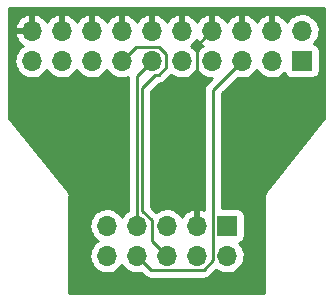
<source format=gbr>
G04 #@! TF.GenerationSoftware,KiCad,Pcbnew,5.99.0-unknown-270aaec~100~ubuntu19.10.1*
G04 #@! TF.CreationDate,2020-01-16T19:11:26+01:00*
G04 #@! TF.ProjectId,tc2050-arm2010,74633230-3530-42d6-9172-6d323031302e,rev?*
G04 #@! TF.SameCoordinates,Original*
G04 #@! TF.FileFunction,Copper,L1,Top*
G04 #@! TF.FilePolarity,Positive*
%FSLAX46Y46*%
G04 Gerber Fmt 4.6, Leading zero omitted, Abs format (unit mm)*
G04 Created by KiCad (PCBNEW 5.99.0-unknown-270aaec~100~ubuntu19.10.1) date 2020-01-16 19:11:26*
%MOMM*%
%LPD*%
G04 APERTURE LIST*
%ADD10O,1.700000X1.700000*%
%ADD11R,1.700000X1.700000*%
%ADD12C,0.250000*%
%ADD13C,0.254000*%
G04 APERTURE END LIST*
D10*
X162560000Y-76200000D03*
X162560000Y-78740000D03*
X165100000Y-76200000D03*
X165100000Y-78740000D03*
X167640000Y-76200000D03*
X167640000Y-78740000D03*
X170180000Y-76200000D03*
X170180000Y-78740000D03*
X172720000Y-76200000D03*
X172720000Y-78740000D03*
X175260000Y-76200000D03*
X175260000Y-78740000D03*
X177800000Y-76200000D03*
X177800000Y-78740000D03*
X180340000Y-76200000D03*
X180340000Y-78740000D03*
X182880000Y-76200000D03*
X182880000Y-78740000D03*
X185420000Y-76200000D03*
D11*
X185420000Y-78740000D03*
D10*
X168910000Y-95250000D03*
X168910000Y-92710000D03*
X171450000Y-95250000D03*
X171450000Y-92710000D03*
X173990000Y-95250000D03*
X173990000Y-92710000D03*
X176530000Y-95250000D03*
X176530000Y-92710000D03*
X179070000Y-95250000D03*
D11*
X179070000Y-92710000D03*
D12*
X171900010Y-81016390D02*
X173001399Y-79915001D01*
X173895001Y-79304001D02*
X173895001Y-78175999D01*
X171900010Y-91440000D02*
X171900010Y-81016390D01*
X172720000Y-92259990D02*
X171900010Y-91440000D01*
X173990000Y-95250000D02*
X172720000Y-93980000D01*
X172720000Y-93980000D02*
X172720000Y-92259990D01*
X173284001Y-77564999D02*
X171355001Y-77564999D01*
X173001399Y-79915001D02*
X173284001Y-79915001D01*
X173284001Y-79915001D02*
X173895001Y-79304001D01*
X173895001Y-78175999D02*
X173284001Y-77564999D01*
X171355001Y-77564999D02*
X170180000Y-78740000D01*
X171450000Y-92710000D02*
X171450000Y-80010000D01*
X171450000Y-80010000D02*
X172720000Y-78740000D01*
X177165000Y-76835000D02*
X177800000Y-76200000D01*
X176530000Y-92710000D02*
X176530000Y-77470000D01*
X176530000Y-77470000D02*
X177165000Y-76835000D01*
X177894999Y-95624003D02*
X177894999Y-81185001D01*
X177094001Y-96425001D02*
X177894999Y-95624003D01*
X177894999Y-81185001D02*
X179490001Y-79589999D01*
X172625001Y-96425001D02*
X177094001Y-96425001D01*
X171450000Y-95250000D02*
X172625001Y-96425001D01*
X179490001Y-79589999D02*
X180340000Y-78740000D01*
G36*
X187326000Y-83597606D02*
G01*
X182395094Y-89761240D01*
X182344658Y-89818347D01*
X182318677Y-89873686D01*
X182287650Y-89926337D01*
X182280265Y-89955500D01*
X182267312Y-89983088D01*
X182258718Y-90040590D01*
X182243071Y-90102386D01*
X182246001Y-90182661D01*
X182246000Y-98426000D01*
X165734000Y-98426000D01*
X165734000Y-90186256D01*
X165737708Y-90110169D01*
X165723430Y-90050744D01*
X165714763Y-89990230D01*
X165702312Y-89962845D01*
X165695192Y-89933210D01*
X165665987Y-89882950D01*
X165639598Y-89824912D01*
X165587157Y-89764052D01*
X160654000Y-83597606D01*
X160654000Y-76327999D01*
X161062666Y-76327999D01*
X161150097Y-76679970D01*
X161251123Y-76910662D01*
X161389575Y-77121033D01*
X161561493Y-77305071D01*
X161761960Y-77457510D01*
X161784239Y-77469133D01*
X161584854Y-77614261D01*
X161409120Y-77794656D01*
X161266293Y-78002083D01*
X161160457Y-78230609D01*
X161094639Y-78473699D01*
X161070720Y-78724404D01*
X161089384Y-78975554D01*
X161150097Y-79219970D01*
X161251123Y-79450662D01*
X161389575Y-79661033D01*
X161561493Y-79845071D01*
X161761960Y-79997510D01*
X161985246Y-80113992D01*
X162224966Y-80191190D01*
X162474266Y-80226892D01*
X162726017Y-80220080D01*
X162973022Y-80170948D01*
X163208216Y-80080901D01*
X163424877Y-79952512D01*
X163616807Y-79789455D01*
X163778521Y-79596391D01*
X163829501Y-79508975D01*
X163929575Y-79661033D01*
X164101493Y-79845071D01*
X164301960Y-79997510D01*
X164525246Y-80113992D01*
X164764966Y-80191190D01*
X165014266Y-80226892D01*
X165266017Y-80220080D01*
X165513022Y-80170948D01*
X165748216Y-80080901D01*
X165964877Y-79952512D01*
X166156807Y-79789455D01*
X166318521Y-79596391D01*
X166369501Y-79508975D01*
X166469575Y-79661033D01*
X166641493Y-79845071D01*
X166841960Y-79997510D01*
X167065246Y-80113992D01*
X167304966Y-80191190D01*
X167554266Y-80226892D01*
X167806017Y-80220080D01*
X168053022Y-80170948D01*
X168288216Y-80080901D01*
X168504877Y-79952512D01*
X168696807Y-79789455D01*
X168858521Y-79596391D01*
X168909501Y-79508975D01*
X169009575Y-79661033D01*
X169181493Y-79845071D01*
X169381960Y-79997510D01*
X169605246Y-80113992D01*
X169844966Y-80191190D01*
X170094266Y-80226892D01*
X170346017Y-80220080D01*
X170593022Y-80170948D01*
X170691001Y-80133436D01*
X170691000Y-91429847D01*
X170678470Y-91436053D01*
X170474854Y-91584261D01*
X170299120Y-91764656D01*
X170179221Y-91938785D01*
X170146188Y-91879315D01*
X169988554Y-91682907D01*
X169800080Y-91515866D01*
X169586156Y-91382969D01*
X169352899Y-91288016D01*
X169106977Y-91233721D01*
X168855424Y-91221638D01*
X168605431Y-91252113D01*
X168364147Y-91324272D01*
X168138470Y-91436053D01*
X167934854Y-91584261D01*
X167759120Y-91764656D01*
X167616293Y-91972083D01*
X167510457Y-92200609D01*
X167444639Y-92443699D01*
X167420720Y-92694404D01*
X167439384Y-92945554D01*
X167500097Y-93189970D01*
X167601123Y-93420662D01*
X167739575Y-93631033D01*
X167911493Y-93815071D01*
X168111960Y-93967510D01*
X168134239Y-93979133D01*
X167934854Y-94124261D01*
X167759120Y-94304656D01*
X167616293Y-94512083D01*
X167510457Y-94740609D01*
X167444639Y-94983699D01*
X167420720Y-95234404D01*
X167439384Y-95485554D01*
X167500097Y-95729970D01*
X167601123Y-95960662D01*
X167739575Y-96171033D01*
X167911493Y-96355071D01*
X168111960Y-96507510D01*
X168335246Y-96623992D01*
X168574966Y-96701190D01*
X168824266Y-96736892D01*
X169076017Y-96730080D01*
X169323022Y-96680948D01*
X169558216Y-96590901D01*
X169774877Y-96462512D01*
X169966807Y-96299455D01*
X170128521Y-96106391D01*
X170179501Y-96018975D01*
X170279575Y-96171033D01*
X170451493Y-96355071D01*
X170651960Y-96507510D01*
X170875246Y-96623992D01*
X171114966Y-96701190D01*
X171364266Y-96736892D01*
X171616017Y-96730080D01*
X171816762Y-96690150D01*
X172173311Y-97046699D01*
X172227197Y-97074155D01*
X172276126Y-97109704D01*
X172333643Y-97128392D01*
X172387533Y-97155851D01*
X172447276Y-97165313D01*
X172504787Y-97184000D01*
X172564751Y-97184000D01*
X172564757Y-97184001D01*
X177154245Y-97184001D01*
X177154251Y-97184000D01*
X177214214Y-97184000D01*
X177271727Y-97165313D01*
X177331469Y-97155851D01*
X177385360Y-97128391D01*
X177442874Y-97109705D01*
X177491802Y-97074157D01*
X177545691Y-97046698D01*
X177716046Y-96876344D01*
X177716047Y-96876342D01*
X178165690Y-96426700D01*
X178271960Y-96507510D01*
X178495246Y-96623992D01*
X178734966Y-96701190D01*
X178984266Y-96736892D01*
X179236017Y-96730080D01*
X179483022Y-96680948D01*
X179718216Y-96590901D01*
X179934877Y-96462512D01*
X180126807Y-96299455D01*
X180288521Y-96106391D01*
X180415393Y-95888840D01*
X180503796Y-95653022D01*
X180551318Y-95405082D01*
X180554240Y-95125974D01*
X180511922Y-94877094D01*
X180428477Y-94639476D01*
X180306188Y-94419315D01*
X180148554Y-94222907D01*
X180081093Y-94163117D01*
X180237512Y-94121205D01*
X180413165Y-93973815D01*
X180524956Y-93780186D01*
X180561837Y-93571024D01*
X180561837Y-91843412D01*
X180481205Y-91542489D01*
X180333815Y-91366835D01*
X180140186Y-91255044D01*
X179931024Y-91218163D01*
X178653999Y-91218163D01*
X178653999Y-81499387D01*
X179972615Y-80180772D01*
X180004966Y-80191190D01*
X180254266Y-80226892D01*
X180506017Y-80220080D01*
X180753022Y-80170948D01*
X180988216Y-80080901D01*
X181204877Y-79952512D01*
X181396807Y-79789455D01*
X181558521Y-79596391D01*
X181609501Y-79508975D01*
X181709575Y-79661033D01*
X181881493Y-79845071D01*
X182081960Y-79997510D01*
X182305246Y-80113992D01*
X182544966Y-80191190D01*
X182794266Y-80226892D01*
X183046017Y-80220080D01*
X183293022Y-80170948D01*
X183528216Y-80080901D01*
X183744877Y-79952512D01*
X183936807Y-79789455D01*
X183967381Y-79752953D01*
X184008795Y-79907512D01*
X184156185Y-80083165D01*
X184349814Y-80194956D01*
X184558976Y-80231837D01*
X186286588Y-80231837D01*
X186587512Y-80151205D01*
X186763165Y-80003815D01*
X186874956Y-79810186D01*
X186911837Y-79601024D01*
X186911837Y-77873412D01*
X186831205Y-77572489D01*
X186683815Y-77396835D01*
X186490186Y-77285044D01*
X186444416Y-77276973D01*
X186476807Y-77249455D01*
X186638521Y-77056391D01*
X186765393Y-76838840D01*
X186853796Y-76603022D01*
X186901318Y-76355082D01*
X186904240Y-76075974D01*
X186861922Y-75827094D01*
X186778477Y-75589476D01*
X186656188Y-75369315D01*
X186498554Y-75172907D01*
X186310080Y-75005866D01*
X186096156Y-74872969D01*
X185862899Y-74778016D01*
X185616977Y-74723721D01*
X185365424Y-74711638D01*
X185115431Y-74742113D01*
X184874147Y-74814272D01*
X184648470Y-74926053D01*
X184444854Y-75074261D01*
X184269120Y-75254656D01*
X184149221Y-75428785D01*
X184116188Y-75369315D01*
X183958554Y-75172907D01*
X183770080Y-75005866D01*
X183556156Y-74872969D01*
X183322899Y-74778016D01*
X183008000Y-74708492D01*
X183007999Y-76328000D01*
X182752000Y-76327999D01*
X182752001Y-74720590D01*
X182575431Y-74742112D01*
X182334147Y-74814272D01*
X182108470Y-74926053D01*
X181904854Y-75074261D01*
X181729120Y-75254656D01*
X181609221Y-75428785D01*
X181576188Y-75369315D01*
X181418554Y-75172907D01*
X181230080Y-75005866D01*
X181016156Y-74872969D01*
X180782899Y-74778016D01*
X180468000Y-74708492D01*
X180467999Y-76328000D01*
X180212000Y-76327999D01*
X180212001Y-74720590D01*
X180035431Y-74742112D01*
X179794147Y-74814272D01*
X179568470Y-74926053D01*
X179364854Y-75074261D01*
X179189120Y-75254656D01*
X179069221Y-75428785D01*
X179036188Y-75369315D01*
X178878554Y-75172907D01*
X178690080Y-75005866D01*
X178476156Y-74872969D01*
X178242899Y-74778016D01*
X177928000Y-74708492D01*
X177927999Y-76328000D01*
X177672000Y-76327999D01*
X177672001Y-74720590D01*
X177495431Y-74742112D01*
X177254147Y-74814272D01*
X177028470Y-74926053D01*
X176824854Y-75074261D01*
X176649120Y-75254656D01*
X176529221Y-75428785D01*
X176496188Y-75369315D01*
X176338554Y-75172907D01*
X176150080Y-75005866D01*
X175936156Y-74872969D01*
X175702899Y-74778016D01*
X175388000Y-74708492D01*
X175387999Y-76328000D01*
X175132000Y-76327999D01*
X175132001Y-74720590D01*
X174955431Y-74742112D01*
X174714147Y-74814272D01*
X174488470Y-74926053D01*
X174284854Y-75074261D01*
X174109120Y-75254656D01*
X173989221Y-75428785D01*
X173956188Y-75369315D01*
X173798554Y-75172907D01*
X173610080Y-75005866D01*
X173396156Y-74872969D01*
X173162899Y-74778016D01*
X172848000Y-74708492D01*
X172847999Y-76328000D01*
X172592000Y-76327999D01*
X172592001Y-74720590D01*
X172415431Y-74742112D01*
X172174147Y-74814272D01*
X171948470Y-74926053D01*
X171744854Y-75074261D01*
X171569120Y-75254656D01*
X171449221Y-75428785D01*
X171416188Y-75369315D01*
X171258554Y-75172907D01*
X171070080Y-75005866D01*
X170856156Y-74872969D01*
X170622899Y-74778016D01*
X170308000Y-74708492D01*
X170307999Y-76328000D01*
X170052000Y-76327999D01*
X170052001Y-74720590D01*
X169875431Y-74742112D01*
X169634147Y-74814272D01*
X169408470Y-74926053D01*
X169204854Y-75074261D01*
X169029120Y-75254656D01*
X168909221Y-75428785D01*
X168876188Y-75369315D01*
X168718554Y-75172907D01*
X168530080Y-75005866D01*
X168316156Y-74872969D01*
X168082899Y-74778016D01*
X167768000Y-74708492D01*
X167767999Y-76328000D01*
X167512000Y-76327999D01*
X167512001Y-74720590D01*
X167335431Y-74742112D01*
X167094147Y-74814272D01*
X166868470Y-74926053D01*
X166664854Y-75074261D01*
X166489120Y-75254656D01*
X166369221Y-75428785D01*
X166336188Y-75369315D01*
X166178554Y-75172907D01*
X165990080Y-75005866D01*
X165776156Y-74872969D01*
X165542899Y-74778016D01*
X165228000Y-74708492D01*
X165227999Y-76328000D01*
X164972000Y-76327999D01*
X164972001Y-74720590D01*
X164795431Y-74742112D01*
X164554147Y-74814272D01*
X164328470Y-74926053D01*
X164124854Y-75074261D01*
X163949120Y-75254656D01*
X163829221Y-75428785D01*
X163796188Y-75369315D01*
X163638554Y-75172907D01*
X163450080Y-75005866D01*
X163236156Y-74872969D01*
X163002899Y-74778016D01*
X162688000Y-74708492D01*
X162687999Y-76072001D01*
X162688000Y-76072001D01*
X162687999Y-76328000D01*
X161062666Y-76327999D01*
X160654000Y-76327999D01*
X160654000Y-76072000D01*
X161057193Y-76072000D01*
X162432000Y-76072001D01*
X162432001Y-74720590D01*
X162255431Y-74742112D01*
X162014147Y-74814272D01*
X161788470Y-74926053D01*
X161584854Y-75074261D01*
X161409120Y-75254656D01*
X161266293Y-75462083D01*
X161160457Y-75690609D01*
X161057193Y-76072000D01*
X160654000Y-76072000D01*
X160654000Y-74294000D01*
X187326001Y-74294000D01*
X187326000Y-83597606D01*
G37*
D13*
X187326000Y-83597606D02*
X182395094Y-89761240D01*
X182344658Y-89818347D01*
X182318677Y-89873686D01*
X182287650Y-89926337D01*
X182280265Y-89955500D01*
X182267312Y-89983088D01*
X182258718Y-90040590D01*
X182243071Y-90102386D01*
X182246001Y-90182661D01*
X182246000Y-98426000D01*
X165734000Y-98426000D01*
X165734000Y-90186256D01*
X165737708Y-90110169D01*
X165723430Y-90050744D01*
X165714763Y-89990230D01*
X165702312Y-89962845D01*
X165695192Y-89933210D01*
X165665987Y-89882950D01*
X165639598Y-89824912D01*
X165587157Y-89764052D01*
X160654000Y-83597606D01*
X160654000Y-76327999D01*
X161062666Y-76327999D01*
X161150097Y-76679970D01*
X161251123Y-76910662D01*
X161389575Y-77121033D01*
X161561493Y-77305071D01*
X161761960Y-77457510D01*
X161784239Y-77469133D01*
X161584854Y-77614261D01*
X161409120Y-77794656D01*
X161266293Y-78002083D01*
X161160457Y-78230609D01*
X161094639Y-78473699D01*
X161070720Y-78724404D01*
X161089384Y-78975554D01*
X161150097Y-79219970D01*
X161251123Y-79450662D01*
X161389575Y-79661033D01*
X161561493Y-79845071D01*
X161761960Y-79997510D01*
X161985246Y-80113992D01*
X162224966Y-80191190D01*
X162474266Y-80226892D01*
X162726017Y-80220080D01*
X162973022Y-80170948D01*
X163208216Y-80080901D01*
X163424877Y-79952512D01*
X163616807Y-79789455D01*
X163778521Y-79596391D01*
X163829501Y-79508975D01*
X163929575Y-79661033D01*
X164101493Y-79845071D01*
X164301960Y-79997510D01*
X164525246Y-80113992D01*
X164764966Y-80191190D01*
X165014266Y-80226892D01*
X165266017Y-80220080D01*
X165513022Y-80170948D01*
X165748216Y-80080901D01*
X165964877Y-79952512D01*
X166156807Y-79789455D01*
X166318521Y-79596391D01*
X166369501Y-79508975D01*
X166469575Y-79661033D01*
X166641493Y-79845071D01*
X166841960Y-79997510D01*
X167065246Y-80113992D01*
X167304966Y-80191190D01*
X167554266Y-80226892D01*
X167806017Y-80220080D01*
X168053022Y-80170948D01*
X168288216Y-80080901D01*
X168504877Y-79952512D01*
X168696807Y-79789455D01*
X168858521Y-79596391D01*
X168909501Y-79508975D01*
X169009575Y-79661033D01*
X169181493Y-79845071D01*
X169381960Y-79997510D01*
X169605246Y-80113992D01*
X169844966Y-80191190D01*
X170094266Y-80226892D01*
X170346017Y-80220080D01*
X170593022Y-80170948D01*
X170691001Y-80133436D01*
X170691000Y-91429847D01*
X170678470Y-91436053D01*
X170474854Y-91584261D01*
X170299120Y-91764656D01*
X170179221Y-91938785D01*
X170146188Y-91879315D01*
X169988554Y-91682907D01*
X169800080Y-91515866D01*
X169586156Y-91382969D01*
X169352899Y-91288016D01*
X169106977Y-91233721D01*
X168855424Y-91221638D01*
X168605431Y-91252113D01*
X168364147Y-91324272D01*
X168138470Y-91436053D01*
X167934854Y-91584261D01*
X167759120Y-91764656D01*
X167616293Y-91972083D01*
X167510457Y-92200609D01*
X167444639Y-92443699D01*
X167420720Y-92694404D01*
X167439384Y-92945554D01*
X167500097Y-93189970D01*
X167601123Y-93420662D01*
X167739575Y-93631033D01*
X167911493Y-93815071D01*
X168111960Y-93967510D01*
X168134239Y-93979133D01*
X167934854Y-94124261D01*
X167759120Y-94304656D01*
X167616293Y-94512083D01*
X167510457Y-94740609D01*
X167444639Y-94983699D01*
X167420720Y-95234404D01*
X167439384Y-95485554D01*
X167500097Y-95729970D01*
X167601123Y-95960662D01*
X167739575Y-96171033D01*
X167911493Y-96355071D01*
X168111960Y-96507510D01*
X168335246Y-96623992D01*
X168574966Y-96701190D01*
X168824266Y-96736892D01*
X169076017Y-96730080D01*
X169323022Y-96680948D01*
X169558216Y-96590901D01*
X169774877Y-96462512D01*
X169966807Y-96299455D01*
X170128521Y-96106391D01*
X170179501Y-96018975D01*
X170279575Y-96171033D01*
X170451493Y-96355071D01*
X170651960Y-96507510D01*
X170875246Y-96623992D01*
X171114966Y-96701190D01*
X171364266Y-96736892D01*
X171616017Y-96730080D01*
X171816762Y-96690150D01*
X172173311Y-97046699D01*
X172227197Y-97074155D01*
X172276126Y-97109704D01*
X172333643Y-97128392D01*
X172387533Y-97155851D01*
X172447276Y-97165313D01*
X172504787Y-97184000D01*
X172564751Y-97184000D01*
X172564757Y-97184001D01*
X177154245Y-97184001D01*
X177154251Y-97184000D01*
X177214214Y-97184000D01*
X177271727Y-97165313D01*
X177331469Y-97155851D01*
X177385360Y-97128391D01*
X177442874Y-97109705D01*
X177491802Y-97074157D01*
X177545691Y-97046698D01*
X177716046Y-96876344D01*
X177716047Y-96876342D01*
X178165690Y-96426700D01*
X178271960Y-96507510D01*
X178495246Y-96623992D01*
X178734966Y-96701190D01*
X178984266Y-96736892D01*
X179236017Y-96730080D01*
X179483022Y-96680948D01*
X179718216Y-96590901D01*
X179934877Y-96462512D01*
X180126807Y-96299455D01*
X180288521Y-96106391D01*
X180415393Y-95888840D01*
X180503796Y-95653022D01*
X180551318Y-95405082D01*
X180554240Y-95125974D01*
X180511922Y-94877094D01*
X180428477Y-94639476D01*
X180306188Y-94419315D01*
X180148554Y-94222907D01*
X180081093Y-94163117D01*
X180237512Y-94121205D01*
X180413165Y-93973815D01*
X180524956Y-93780186D01*
X180561837Y-93571024D01*
X180561837Y-91843412D01*
X180481205Y-91542489D01*
X180333815Y-91366835D01*
X180140186Y-91255044D01*
X179931024Y-91218163D01*
X178653999Y-91218163D01*
X178653999Y-81499387D01*
X179972615Y-80180772D01*
X180004966Y-80191190D01*
X180254266Y-80226892D01*
X180506017Y-80220080D01*
X180753022Y-80170948D01*
X180988216Y-80080901D01*
X181204877Y-79952512D01*
X181396807Y-79789455D01*
X181558521Y-79596391D01*
X181609501Y-79508975D01*
X181709575Y-79661033D01*
X181881493Y-79845071D01*
X182081960Y-79997510D01*
X182305246Y-80113992D01*
X182544966Y-80191190D01*
X182794266Y-80226892D01*
X183046017Y-80220080D01*
X183293022Y-80170948D01*
X183528216Y-80080901D01*
X183744877Y-79952512D01*
X183936807Y-79789455D01*
X183967381Y-79752953D01*
X184008795Y-79907512D01*
X184156185Y-80083165D01*
X184349814Y-80194956D01*
X184558976Y-80231837D01*
X186286588Y-80231837D01*
X186587512Y-80151205D01*
X186763165Y-80003815D01*
X186874956Y-79810186D01*
X186911837Y-79601024D01*
X186911837Y-77873412D01*
X186831205Y-77572489D01*
X186683815Y-77396835D01*
X186490186Y-77285044D01*
X186444416Y-77276973D01*
X186476807Y-77249455D01*
X186638521Y-77056391D01*
X186765393Y-76838840D01*
X186853796Y-76603022D01*
X186901318Y-76355082D01*
X186904240Y-76075974D01*
X186861922Y-75827094D01*
X186778477Y-75589476D01*
X186656188Y-75369315D01*
X186498554Y-75172907D01*
X186310080Y-75005866D01*
X186096156Y-74872969D01*
X185862899Y-74778016D01*
X185616977Y-74723721D01*
X185365424Y-74711638D01*
X185115431Y-74742113D01*
X184874147Y-74814272D01*
X184648470Y-74926053D01*
X184444854Y-75074261D01*
X184269120Y-75254656D01*
X184149221Y-75428785D01*
X184116188Y-75369315D01*
X183958554Y-75172907D01*
X183770080Y-75005866D01*
X183556156Y-74872969D01*
X183322899Y-74778016D01*
X183008000Y-74708492D01*
X183007999Y-76328000D01*
X182752000Y-76327999D01*
X182752001Y-74720590D01*
X182575431Y-74742112D01*
X182334147Y-74814272D01*
X182108470Y-74926053D01*
X181904854Y-75074261D01*
X181729120Y-75254656D01*
X181609221Y-75428785D01*
X181576188Y-75369315D01*
X181418554Y-75172907D01*
X181230080Y-75005866D01*
X181016156Y-74872969D01*
X180782899Y-74778016D01*
X180468000Y-74708492D01*
X180467999Y-76328000D01*
X180212000Y-76327999D01*
X180212001Y-74720590D01*
X180035431Y-74742112D01*
X179794147Y-74814272D01*
X179568470Y-74926053D01*
X179364854Y-75074261D01*
X179189120Y-75254656D01*
X179069221Y-75428785D01*
X179036188Y-75369315D01*
X178878554Y-75172907D01*
X178690080Y-75005866D01*
X178476156Y-74872969D01*
X178242899Y-74778016D01*
X177928000Y-74708492D01*
X177927999Y-76328000D01*
X177672000Y-76327999D01*
X177672001Y-74720590D01*
X177495431Y-74742112D01*
X177254147Y-74814272D01*
X177028470Y-74926053D01*
X176824854Y-75074261D01*
X176649120Y-75254656D01*
X176529221Y-75428785D01*
X176496188Y-75369315D01*
X176338554Y-75172907D01*
X176150080Y-75005866D01*
X175936156Y-74872969D01*
X175702899Y-74778016D01*
X175388000Y-74708492D01*
X175387999Y-76328000D01*
X175132000Y-76327999D01*
X175132001Y-74720590D01*
X174955431Y-74742112D01*
X174714147Y-74814272D01*
X174488470Y-74926053D01*
X174284854Y-75074261D01*
X174109120Y-75254656D01*
X173989221Y-75428785D01*
X173956188Y-75369315D01*
X173798554Y-75172907D01*
X173610080Y-75005866D01*
X173396156Y-74872969D01*
X173162899Y-74778016D01*
X172848000Y-74708492D01*
X172847999Y-76328000D01*
X172592000Y-76327999D01*
X172592001Y-74720590D01*
X172415431Y-74742112D01*
X172174147Y-74814272D01*
X171948470Y-74926053D01*
X171744854Y-75074261D01*
X171569120Y-75254656D01*
X171449221Y-75428785D01*
X171416188Y-75369315D01*
X171258554Y-75172907D01*
X171070080Y-75005866D01*
X170856156Y-74872969D01*
X170622899Y-74778016D01*
X170308000Y-74708492D01*
X170307999Y-76328000D01*
X170052000Y-76327999D01*
X170052001Y-74720590D01*
X169875431Y-74742112D01*
X169634147Y-74814272D01*
X169408470Y-74926053D01*
X169204854Y-75074261D01*
X169029120Y-75254656D01*
X168909221Y-75428785D01*
X168876188Y-75369315D01*
X168718554Y-75172907D01*
X168530080Y-75005866D01*
X168316156Y-74872969D01*
X168082899Y-74778016D01*
X167768000Y-74708492D01*
X167767999Y-76328000D01*
X167512000Y-76327999D01*
X167512001Y-74720590D01*
X167335431Y-74742112D01*
X167094147Y-74814272D01*
X166868470Y-74926053D01*
X166664854Y-75074261D01*
X166489120Y-75254656D01*
X166369221Y-75428785D01*
X166336188Y-75369315D01*
X166178554Y-75172907D01*
X165990080Y-75005866D01*
X165776156Y-74872969D01*
X165542899Y-74778016D01*
X165228000Y-74708492D01*
X165227999Y-76328000D01*
X164972000Y-76327999D01*
X164972001Y-74720590D01*
X164795431Y-74742112D01*
X164554147Y-74814272D01*
X164328470Y-74926053D01*
X164124854Y-75074261D01*
X163949120Y-75254656D01*
X163829221Y-75428785D01*
X163796188Y-75369315D01*
X163638554Y-75172907D01*
X163450080Y-75005866D01*
X163236156Y-74872969D01*
X163002899Y-74778016D01*
X162688000Y-74708492D01*
X162687999Y-76072001D01*
X162688000Y-76072001D01*
X162687999Y-76328000D01*
X161062666Y-76327999D01*
X160654000Y-76327999D01*
X160654000Y-76072000D01*
X161057193Y-76072000D01*
X162432000Y-76072001D01*
X162432001Y-74720590D01*
X162255431Y-74742112D01*
X162014147Y-74814272D01*
X161788470Y-74926053D01*
X161584854Y-75074261D01*
X161409120Y-75254656D01*
X161266293Y-75462083D01*
X161160457Y-75690609D01*
X161057193Y-76072000D01*
X160654000Y-76072000D01*
X160654000Y-74294000D01*
X187326001Y-74294000D01*
X187326000Y-83597606D01*
G36*
X176629575Y-79661033D02*
G01*
X176801493Y-79845071D01*
X177001960Y-79997510D01*
X177225246Y-80113992D01*
X177464966Y-80191190D01*
X177714266Y-80226892D01*
X177781541Y-80225072D01*
X177273302Y-80733311D01*
X177245848Y-80787195D01*
X177210296Y-80836126D01*
X177191607Y-80893646D01*
X177164150Y-80947534D01*
X177154689Y-81007269D01*
X177136000Y-81064788D01*
X177136000Y-81135185D01*
X177135999Y-91354410D01*
X176972899Y-91288016D01*
X176658000Y-91218492D01*
X176657999Y-92838000D01*
X176402000Y-92837999D01*
X176402001Y-91230590D01*
X176225431Y-91252112D01*
X175984147Y-91324272D01*
X175758470Y-91436053D01*
X175554854Y-91584261D01*
X175379120Y-91764656D01*
X175259221Y-91938785D01*
X175226188Y-91879315D01*
X175068554Y-91682907D01*
X174880080Y-91515866D01*
X174666156Y-91382969D01*
X174432899Y-91288016D01*
X174186977Y-91233721D01*
X173935424Y-91221638D01*
X173685431Y-91252113D01*
X173444147Y-91324272D01*
X173218470Y-91436053D01*
X173074352Y-91540954D01*
X172659010Y-91125613D01*
X172659010Y-81330777D01*
X173315787Y-80674001D01*
X173344245Y-80674001D01*
X173344251Y-80674000D01*
X173404214Y-80674000D01*
X173461727Y-80655313D01*
X173521469Y-80645851D01*
X173575360Y-80618391D01*
X173632874Y-80599705D01*
X173681802Y-80564157D01*
X173735691Y-80536698D01*
X173906046Y-80366344D01*
X173906047Y-80366342D01*
X174355690Y-79916700D01*
X174461960Y-79997510D01*
X174685246Y-80113992D01*
X174924966Y-80191190D01*
X175174266Y-80226892D01*
X175426017Y-80220080D01*
X175673022Y-80170948D01*
X175908216Y-80080901D01*
X176124877Y-79952512D01*
X176316807Y-79789455D01*
X176478521Y-79596391D01*
X176529501Y-79508975D01*
X176629575Y-79661033D01*
G37*
X176629575Y-79661033D02*
X176801493Y-79845071D01*
X177001960Y-79997510D01*
X177225246Y-80113992D01*
X177464966Y-80191190D01*
X177714266Y-80226892D01*
X177781541Y-80225072D01*
X177273302Y-80733311D01*
X177245848Y-80787195D01*
X177210296Y-80836126D01*
X177191607Y-80893646D01*
X177164150Y-80947534D01*
X177154689Y-81007269D01*
X177136000Y-81064788D01*
X177136000Y-81135185D01*
X177135999Y-91354410D01*
X176972899Y-91288016D01*
X176658000Y-91218492D01*
X176657999Y-92838000D01*
X176402000Y-92837999D01*
X176402001Y-91230590D01*
X176225431Y-91252112D01*
X175984147Y-91324272D01*
X175758470Y-91436053D01*
X175554854Y-91584261D01*
X175379120Y-91764656D01*
X175259221Y-91938785D01*
X175226188Y-91879315D01*
X175068554Y-91682907D01*
X174880080Y-91515866D01*
X174666156Y-91382969D01*
X174432899Y-91288016D01*
X174186977Y-91233721D01*
X173935424Y-91221638D01*
X173685431Y-91252113D01*
X173444147Y-91324272D01*
X173218470Y-91436053D01*
X173074352Y-91540954D01*
X172659010Y-91125613D01*
X172659010Y-81330777D01*
X173315787Y-80674001D01*
X173344245Y-80674001D01*
X173344251Y-80674000D01*
X173404214Y-80674000D01*
X173461727Y-80655313D01*
X173521469Y-80645851D01*
X173575360Y-80618391D01*
X173632874Y-80599705D01*
X173681802Y-80564157D01*
X173735691Y-80536698D01*
X173906046Y-80366344D01*
X173906047Y-80366342D01*
X174355690Y-79916700D01*
X174461960Y-79997510D01*
X174685246Y-80113992D01*
X174924966Y-80191190D01*
X175174266Y-80226892D01*
X175426017Y-80220080D01*
X175673022Y-80170948D01*
X175908216Y-80080901D01*
X176124877Y-79952512D01*
X176316807Y-79789455D01*
X176478521Y-79596391D01*
X176529501Y-79508975D01*
X176629575Y-79661033D01*
G36*
X176629575Y-77121033D02*
G01*
X176801493Y-77305071D01*
X177001960Y-77457510D01*
X177024239Y-77469133D01*
X176824854Y-77614261D01*
X176649120Y-77794656D01*
X176529221Y-77968785D01*
X176496188Y-77909315D01*
X176338554Y-77712907D01*
X176150080Y-77545866D01*
X176027913Y-77469971D01*
X176124877Y-77412512D01*
X176316807Y-77249455D01*
X176478521Y-77056391D01*
X176529501Y-76968975D01*
X176629575Y-77121033D01*
G37*
X176629575Y-77121033D02*
X176801493Y-77305071D01*
X177001960Y-77457510D01*
X177024239Y-77469133D01*
X176824854Y-77614261D01*
X176649120Y-77794656D01*
X176529221Y-77968785D01*
X176496188Y-77909315D01*
X176338554Y-77712907D01*
X176150080Y-77545866D01*
X176027913Y-77469971D01*
X176124877Y-77412512D01*
X176316807Y-77249455D01*
X176478521Y-77056391D01*
X176529501Y-76968975D01*
X176629575Y-77121033D01*
M02*

</source>
